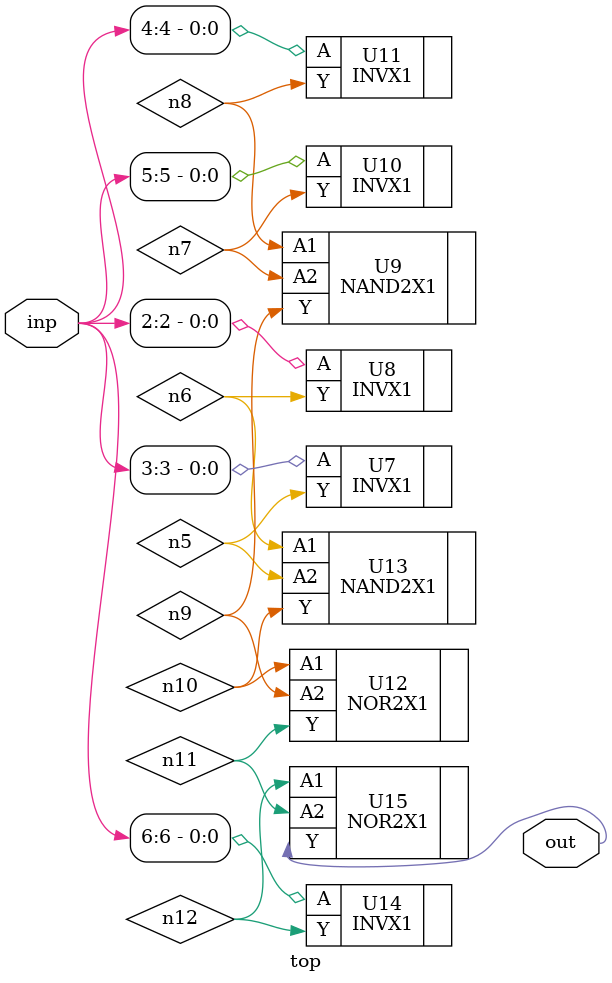
<source format=sv>


module top ( inp, out );
  input [6:0] inp;
  output out;
  wire   n5, n6, n7, n8, n9, n10, n11, n12;

  INVX1 U7 ( .A(inp[3]), .Y(n5) );
  INVX1 U8 ( .A(inp[2]), .Y(n6) );
  NAND2X1 U9 ( .A1(n8), .A2(n7), .Y(n9) );
  INVX1 U10 ( .A(inp[5]), .Y(n7) );
  INVX1 U11 ( .A(inp[4]), .Y(n8) );
  NOR2X1 U12 ( .A1(n10), .A2(n9), .Y(n11) );
  NAND2X1 U13 ( .A1(n6), .A2(n5), .Y(n10) );
  INVX1 U14 ( .A(inp[6]), .Y(n12) );
  NOR2X1 U15 ( .A1(n12), .A2(n11), .Y(out) );
endmodule


</source>
